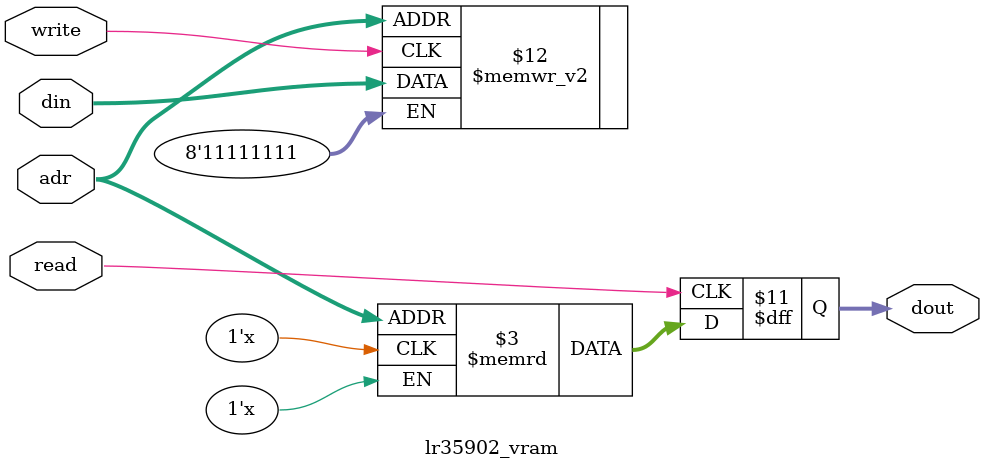
<source format=v>
`default_nettype none

(* nolatches *)
module lr35902_vram(
		output reg  [7:0]  dout,
		input  wire [7:0]  din,
		input  wire [12:0] adr,
		input  wire        read,
		input  wire        write,
	);

	reg [7:0] ram[0:8191];

	always @(posedge read)
		dout <= ram[adr];

	always @(negedge write)
		ram[adr] <= din;

endmodule


</source>
